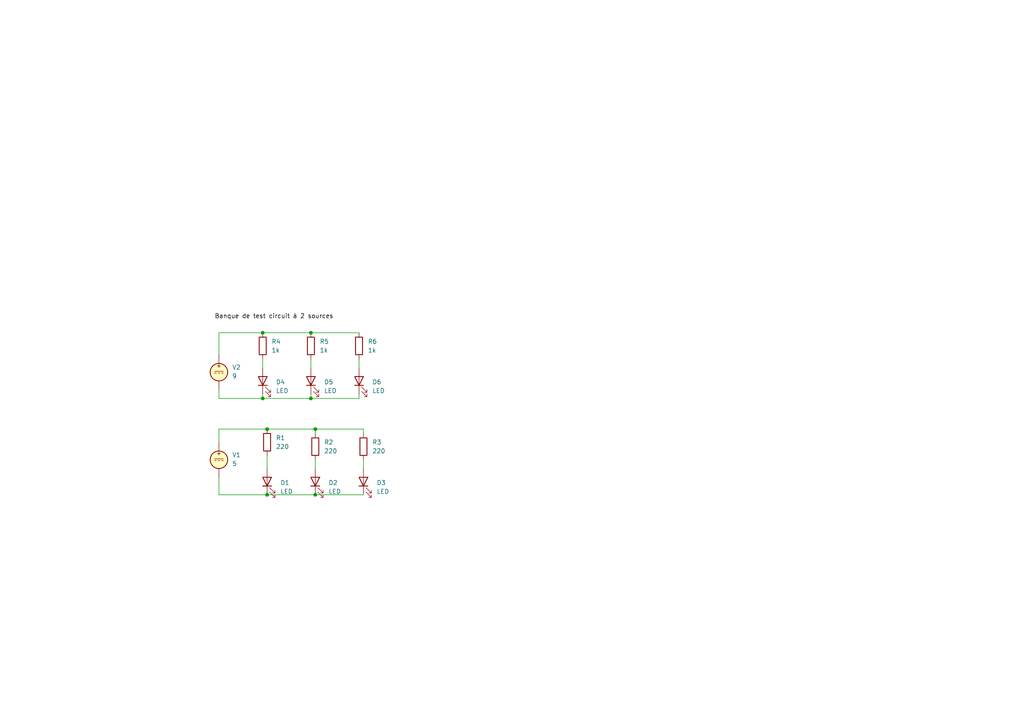
<source format=kicad_sch>
(kicad_sch (version 20231120) (generator "eeschema") (generator_version "8.0")
  (paper "A4")
  (lib_symbols
    (symbol "Device:LED" (pin_numbers hide) (pin_names (offset 1.016) hide)
      (property "Reference" "D" (at 0 2.54 0))
      (property "Value" "LED" (at 0 -2.54 0))
      (symbol "LED_0_1"
        (polyline (pts (xy -1.27 -1.27) (xy -1.27 1.27)) (stroke (width 0.254)))
        (polyline (pts (xy -1.27 0) (xy 1.27 0)))
        (polyline (pts (xy 1.27 -1.27) (xy 1.27 1.27) (xy -1.27 0) (xy 1.27 -1.27)) (stroke (width 0.254)))
        (polyline (pts (xy -3.048 -0.762) (xy -4.572 -2.286) (xy -3.81 -2.286) (xy -4.572 -2.286) (xy -4.572 -1.524)))
        (polyline (pts (xy -1.778 -0.762) (xy -3.302 -2.286) (xy -2.54 -2.286) (xy -3.302 -2.286) (xy -3.302 -1.524)))
      )
      (symbol "LED_1_1"
        (pin passive line (at -3.81 0 0) (length 2.54) (name "K") (number "1"))
        (pin passive line (at 3.81 0 180) (length 2.54) (name "A") (number "2"))
      )
    )
    (symbol "Device:R" (pin_numbers hide) (pin_names (offset 0))
      (property "Reference" "R" (at 2.032 0 90))
      (property "Value" "R" (at 0 0 90))
      (symbol "R_0_1"
        (rectangle (start -1.016 -2.54) (end 1.016 2.54) (stroke (width 0.254)))
      )
      (symbol "R_1_1"
        (pin passive line (at 0 3.81 270) (length 1.27) (name "~") (number "1"))
        (pin passive line (at 0 -3.81 90) (length 1.27) (name "~") (number "2"))
      )
    )
    (symbol "Simulation_SPICE:VDC" (pin_numbers hide) (pin_names (offset 0.0254))
      (property "Reference" "V" (at 2.54 2.54 0))
      (property "Value" "1" (at 2.54 0 0))
      (symbol "VDC_0_0"
        (polyline (pts (xy -1.27 0.254) (xy 1.27 0.254)))
        (polyline (pts (xy -0.762 -0.254) (xy -1.27 -0.254)))
        (polyline (pts (xy 0.254 -0.254) (xy -0.254 -0.254)))
        (polyline (pts (xy 1.27 -0.254) (xy 0.762 -0.254)))
        (text "+" (at 0 1.905 0) (effects (font (size 1.27 1.27))))
      )
      (symbol "VDC_0_1"
        (circle (center 0 0) (radius 2.54) (stroke (width 0.254)) (fill (type background)))
      )
      (symbol "VDC_1_1"
        (pin passive line (at 0 5.08 270) (length 2.54) (name "~") (number "1"))
        (pin passive line (at 0 -5.08 90) (length 2.54) (name "~") (number "2"))
      )
    )
  )
  (junction (at 76.2 96.52))
  (junction (at 91.44 143.51))
  (junction (at 91.44 124.46))
  (junction (at 77.47 124.46))
  (junction (at 77.47 143.51))
  (junction (at 90.17 115.57))
  (junction (at 90.17 96.52))
  (junction (at 76.2 115.57))
  (wire (pts (xy 104.14 114.3) (xy 104.14 115.57)))
  (wire (pts (xy 63.5 115.57) (xy 76.2 115.57)))
  (wire (pts (xy 77.47 132.08) (xy 77.47 135.89)))
  (wire (pts (xy 77.47 124.46) (xy 91.44 124.46)))
  (wire (pts (xy 63.5 113.03) (xy 63.5 115.57)))
  (wire (pts (xy 105.41 125.73) (xy 105.41 124.46)))
  (wire (pts (xy 63.5 138.43) (xy 63.5 143.51)))
  (wire (pts (xy 90.17 115.57) (xy 76.2 115.57)))
  (wire (pts (xy 76.2 114.3) (xy 76.2 115.57)))
  (wire (pts (xy 63.5 143.51) (xy 77.47 143.51)))
  (wire (pts (xy 105.41 124.46) (xy 91.44 124.46)))
  (wire (pts (xy 105.41 133.35) (xy 105.41 135.89)))
  (wire (pts (xy 63.5 128.27) (xy 63.5 124.46)))
  (wire (pts (xy 104.14 115.57) (xy 90.17 115.57)))
  (wire (pts (xy 104.14 104.14) (xy 104.14 106.68)))
  (wire (pts (xy 63.5 96.52) (xy 63.5 102.87)))
  (wire (pts (xy 76.2 104.14) (xy 76.2 106.68)))
  (wire (pts (xy 91.44 143.51) (xy 105.41 143.51)))
  (wire (pts (xy 90.17 104.14) (xy 90.17 106.68)))
  (wire (pts (xy 63.5 124.46) (xy 77.47 124.46)))
  (wire (pts (xy 77.47 143.51) (xy 91.44 143.51)))
  (wire (pts (xy 76.2 96.52) (xy 90.17 96.52)))
  (wire (pts (xy 63.5 96.52) (xy 76.2 96.52)))
  (wire (pts (xy 90.17 114.3) (xy 90.17 115.57)))
  (wire (pts (xy 91.44 133.35) (xy 91.44 135.89)))
  (wire (pts (xy 90.17 96.52) (xy 104.14 96.52)))
  (wire (pts (xy 91.44 124.46) (xy 91.44 125.73)))
  (label "Banque de test circuit à 2 sources" (at 62.23 92.71 0))
  (symbol (lib_id "Device:R") (at 91.44 129.54 0) (unit 1)
    (property "Reference" "R2" (at 93.98 128.2699 0) (effects (justify left)))
    (property "Value" "220" (at 93.98 130.8099 0) (effects (justify left)))
    (property "Description" "Resistor" (effects (hide yes)))
  )
  (symbol (lib_id "Device:LED") (at 90.17 110.49 90) (unit 1)
    (property "Reference" "D5" (at 93.98 110.8074 90) (effects (justify right)))
    (property "Value" "LED" (at 93.98 113.3474 90) (effects (justify right)))
    (property "Description" "Light emitting diode" (effects (hide yes)))
  )
  (symbol (lib_id "Device:LED") (at 105.41 139.7 90) (unit 1)
    (property "Reference" "D3" (at 109.22 140.0174 90) (effects (justify right)))
    (property "Value" "LED" (at 109.22 142.5574 90) (effects (justify right)))
    (property "Description" "Light emitting diode" (effects (hide yes)))
  )
  (symbol (lib_id "Device:LED") (at 77.47 139.7 90) (unit 1)
    (property "Reference" "D1" (at 81.28 140.0174 90) (effects (justify right)))
    (property "Value" "LED" (at 81.28 142.5574 90) (effects (justify right)))
    (property "Description" "Light emitting diode" (effects (hide yes)))
  )
  (symbol (lib_id "Device:R") (at 105.41 129.54 0) (unit 1)
    (property "Reference" "R3" (at 107.95 128.2699 0) (effects (justify left)))
    (property "Value" "220" (at 107.95 130.8099 0) (effects (justify left)))
    (property "Description" "Resistor" (effects (hide yes)))
  )
  (symbol (lib_id "Device:LED") (at 104.14 110.49 90) (unit 1)
    (property "Reference" "D6" (at 107.95 110.8074 90) (effects (justify right)))
    (property "Value" "LED" (at 107.95 113.3474 90) (effects (justify right)))
    (property "Description" "Light emitting diode" (effects (hide yes)))
  )
  (symbol (lib_id "Simulation_SPICE:VDC") (at 63.5 133.35 0) (unit 1)
    (property "Reference" "V1" (at 67.31 131.9501 0) (effects (justify left)))
    (property "Value" "5" (at 67.31 134.4901 0) (effects (justify left)))
    (property "Datasheet" "https://ngspice.sourceforge.io/docs/ngspice-html-manual/manual.xhtml#sec_Independent_Sources_for" (effects (hide yes)))
    (property "Description" "Voltage source, DC" (effects (hide yes)))
    (property "Sim.Pins" "1=+ 2=-" (effects (hide yes)))
    (property "Sim.Type" "DC" (effects (hide yes)))
    (property "Sim.Device" "V" (effects (hide yes)))
  )
  (symbol (lib_id "Device:R") (at 90.17 100.33 0) (unit 1)
    (property "Reference" "R5" (at 92.71 99.0599 0) (effects (justify left)))
    (property "Value" "1k" (at 92.71 101.5999 0) (effects (justify left)))
    (property "Description" "Resistor" (effects (hide yes)))
  )
  (symbol (lib_id "Device:R") (at 76.2 100.33 0) (unit 1)
    (property "Reference" "R4" (at 78.74 99.0599 0) (effects (justify left)))
    (property "Value" "1k" (at 78.74 101.5999 0) (effects (justify left)))
    (property "Description" "Resistor" (effects (hide yes)))
  )
  (symbol (lib_id "Device:R") (at 104.14 100.33 0) (unit 1)
    (property "Reference" "R6" (at 106.68 99.0599 0) (effects (justify left)))
    (property "Value" "1k" (at 106.68 101.5999 0) (effects (justify left)))
    (property "Description" "Resistor" (effects (hide yes)))
  )
  (symbol (lib_id "Device:LED") (at 76.2 110.49 90) (unit 1)
    (property "Reference" "D4" (at 80.01 110.8074 90) (effects (justify right)))
    (property "Value" "LED" (at 80.01 113.3474 90) (effects (justify right)))
    (property "Description" "Light emitting diode" (effects (hide yes)))
  )
  (symbol (lib_id "Device:R") (at 77.47 128.27 0) (unit 1)
    (property "Reference" "R1" (at 80.01 126.9999 0) (effects (justify left)))
    (property "Value" "220" (at 80.01 129.5399 0) (effects (justify left)))
    (property "Description" "Resistor" (effects (hide yes)))
  )
  (symbol (lib_id "Device:LED") (at 91.44 139.7 90) (unit 1)
    (property "Reference" "D2" (at 95.25 140.0174 90) (effects (justify right)))
    (property "Value" "LED" (at 95.25 142.5574 90) (effects (justify right)))
    (property "Description" "Light emitting diode" (effects (hide yes)))
  )
  (symbol (lib_id "Simulation_SPICE:VDC") (at 63.5 107.95 0) (unit 1)
    (property "Reference" "V2" (at 67.31 106.5501 0) (effects (justify left)))
    (property "Value" "9" (at 67.31 109.0901 0) (effects (justify left)))
    (property "Datasheet" "https://ngspice.sourceforge.io/docs/ngspice-html-manual/manual.xhtml#sec_Independent_Sources_for" (effects (hide yes)))
    (property "Description" "Voltage source, DC" (effects (hide yes)))
    (property "Sim.Pins" "1=+ 2=-" (effects (hide yes)))
    (property "Sim.Type" "DC" (effects (hide yes)))
    (property "Sim.Device" "V" (effects (hide yes)))
  )
)
</source>
